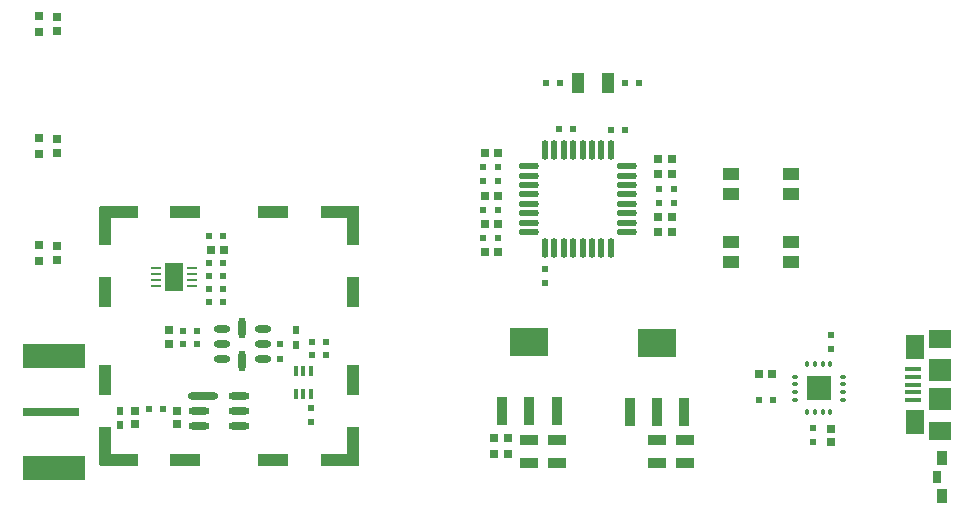
<source format=gtp>
%FSLAX25Y25*%
%MOIN*%
G70*
G01*
G75*
G04 Layer_Color=8421504*
%ADD10C,0.01000*%
%ADD11C,0.01118*%
%ADD12C,0.01118*%
%ADD13R,0.05315X0.01575*%
%ADD14R,0.02559X0.02953*%
%ADD15R,0.20669X0.07874*%
%ADD16R,0.18701X0.02992*%
%ADD17R,0.02756X0.02756*%
%ADD18R,0.02953X0.02559*%
%ADD19R,0.03150X0.03937*%
%ADD20R,0.03543X0.04724*%
%ADD21R,0.07480X0.07480*%
%ADD22R,0.07480X0.06299*%
%ADD23R,0.06299X0.08268*%
%ADD24R,0.05906X0.03347*%
%ADD25R,0.03937X0.07087*%
%ADD26R,0.05709X0.03937*%
%ADD27R,0.02362X0.03150*%
%ADD28R,0.03543X0.09449*%
%ADD29R,0.12992X0.09449*%
%ADD30R,0.02362X0.02362*%
%ADD31R,0.02362X0.02362*%
%ADD32R,0.02362X0.02953*%
%ADD33R,0.01378X0.03347*%
%ADD34O,0.02362X0.07087*%
%ADD35O,0.05512X0.02362*%
%ADD36O,0.07087X0.02362*%
%ADD37O,0.10236X0.02362*%
%ADD38O,0.03347X0.00984*%
%ADD39R,0.06496X0.09370*%
%ADD40R,0.08189X0.08189*%
%ADD41O,0.02559X0.01181*%
%ADD42O,0.01181X0.02559*%
%ADD43R,0.10236X0.03937*%
%ADD44R,0.03937X0.10236*%
%ADD45R,0.03937X0.12992*%
%ADD46R,0.12992X0.03937*%
%ADD47O,0.02165X0.06693*%
%ADD48O,0.06693X0.02165*%
%ADD49C,0.01329*%
%ADD50C,0.02500*%
%ADD51C,0.01500*%
%ADD52C,0.01079*%
%ADD53R,0.36000X0.29000*%
%ADD54R,0.38000X0.29000*%
%ADD55R,0.05906X0.05906*%
%ADD56C,0.05906*%
%ADD57C,0.06000*%
%ADD58C,0.06693*%
%ADD59C,0.02500*%
%ADD60C,0.04000*%
%ADD61C,0.07543*%
G04:AMPARAMS|DCode=62|XSize=95.433mil|YSize=95.433mil|CornerRadius=0mil|HoleSize=0mil|Usage=FLASHONLY|Rotation=0.000|XOffset=0mil|YOffset=0mil|HoleType=Round|Shape=Relief|Width=10mil|Gap=10mil|Entries=4|*
%AMTHD62*
7,0,0,0.09543,0.07543,0.01000,45*
%
%ADD62THD62*%
G04:AMPARAMS|DCode=63|XSize=99.37mil|YSize=99.37mil|CornerRadius=0mil|HoleSize=0mil|Usage=FLASHONLY|Rotation=0.000|XOffset=0mil|YOffset=0mil|HoleType=Round|Shape=Relief|Width=10mil|Gap=10mil|Entries=4|*
%AMTHD63*
7,0,0,0.09937,0.07937,0.01000,45*
%
%ADD63THD63*%
G04:AMPARAMS|DCode=64|XSize=111.181mil|YSize=111.181mil|CornerRadius=0mil|HoleSize=0mil|Usage=FLASHONLY|Rotation=0.000|XOffset=0mil|YOffset=0mil|HoleType=Round|Shape=Relief|Width=10mil|Gap=10mil|Entries=4|*
%AMTHD64*
7,0,0,0.11118,0.09118,0.01000,45*
%
%ADD64THD64*%
%ADD65C,0.07937*%
%ADD66C,0.09118*%
%ADD67C,0.05500*%
%ADD68C,0.00984*%
%ADD69C,0.02362*%
%ADD70C,0.00394*%
%ADD71C,0.00787*%
D13*
X297244Y65551D02*
D03*
Y68110D02*
D03*
Y62992D02*
D03*
Y70669D02*
D03*
Y73228D02*
D03*
D14*
X11811Y114272D02*
D03*
Y109744D02*
D03*
Y149902D02*
D03*
Y145374D02*
D03*
Y190532D02*
D03*
Y186004D02*
D03*
X269685Y53445D02*
D03*
Y48917D02*
D03*
X37795Y54823D02*
D03*
Y59350D02*
D03*
X51968Y54823D02*
D03*
Y59350D02*
D03*
X49000Y81636D02*
D03*
Y86164D02*
D03*
D15*
X10884Y77756D02*
D03*
Y40354D02*
D03*
D16*
X9900Y59055D02*
D03*
D17*
X5906Y191024D02*
D03*
Y185512D02*
D03*
Y150394D02*
D03*
Y144882D02*
D03*
Y114764D02*
D03*
Y109252D02*
D03*
D18*
X250295Y71653D02*
D03*
X245768D02*
D03*
X162106Y44882D02*
D03*
X157579D02*
D03*
Y50394D02*
D03*
X162106D02*
D03*
X158957Y112205D02*
D03*
X154429D02*
D03*
X158957Y121653D02*
D03*
X154429D02*
D03*
X158957Y131102D02*
D03*
X154429D02*
D03*
Y145276D02*
D03*
X158957D02*
D03*
X216831Y138189D02*
D03*
X212303D02*
D03*
Y143307D02*
D03*
X216831D02*
D03*
X212303Y124016D02*
D03*
X216831D02*
D03*
Y118898D02*
D03*
X212303D02*
D03*
X67564Y113100D02*
D03*
X63036D02*
D03*
D19*
X305118Y37402D02*
D03*
D20*
X306693Y43701D02*
D03*
Y31102D02*
D03*
D21*
X306299Y63386D02*
D03*
Y72835D02*
D03*
D22*
Y52756D02*
D03*
Y83465D02*
D03*
D23*
X297736Y55512D02*
D03*
Y80709D02*
D03*
D24*
X211811Y49508D02*
D03*
Y41831D02*
D03*
X221260Y49508D02*
D03*
Y41831D02*
D03*
X178347Y49508D02*
D03*
Y41831D02*
D03*
X169291Y49508D02*
D03*
Y41831D02*
D03*
D25*
X185630Y168504D02*
D03*
X195472D02*
D03*
D26*
X256594Y115551D02*
D03*
Y108858D02*
D03*
X236319Y115551D02*
D03*
Y108858D02*
D03*
Y131693D02*
D03*
Y138386D02*
D03*
X256594Y131693D02*
D03*
Y138386D02*
D03*
D27*
X32677Y54724D02*
D03*
Y59449D02*
D03*
D28*
X202756Y59055D02*
D03*
X211811D02*
D03*
X220866D02*
D03*
X160236Y59449D02*
D03*
X169291D02*
D03*
X178347D02*
D03*
D29*
X211811Y81890D02*
D03*
X169291Y82284D02*
D03*
D30*
X86221Y81496D02*
D03*
Y76772D02*
D03*
X96500Y55638D02*
D03*
Y60362D02*
D03*
X174400Y106662D02*
D03*
Y101938D02*
D03*
X269685Y79921D02*
D03*
Y84646D02*
D03*
X263779Y53543D02*
D03*
Y48819D02*
D03*
D31*
X67062Y117800D02*
D03*
X62338D02*
D03*
X62438Y95700D02*
D03*
X67162D02*
D03*
X62438Y100000D02*
D03*
X67162D02*
D03*
X62461Y104294D02*
D03*
X67185D02*
D03*
Y108624D02*
D03*
X62461D02*
D03*
X58412Y81796D02*
D03*
X53687D02*
D03*
X58412Y86127D02*
D03*
X53687D02*
D03*
X96657Y77909D02*
D03*
X101381D02*
D03*
X96657Y82239D02*
D03*
X101381D02*
D03*
X179527Y168504D02*
D03*
X174803D02*
D03*
X201181D02*
D03*
X205906D02*
D03*
X212598Y133465D02*
D03*
X217323D02*
D03*
X196438Y153100D02*
D03*
X201162D02*
D03*
X183862Y153300D02*
D03*
X179138D02*
D03*
X158661Y140551D02*
D03*
X153937D02*
D03*
X158661Y116929D02*
D03*
X153937D02*
D03*
X158661Y126378D02*
D03*
X153937D02*
D03*
X158661Y135827D02*
D03*
X153937D02*
D03*
X250394Y62992D02*
D03*
X245669D02*
D03*
X212598Y128740D02*
D03*
X217323D02*
D03*
X42520Y59842D02*
D03*
X47244D02*
D03*
D32*
X91339Y81398D02*
D03*
Y86319D02*
D03*
D33*
X96459Y72540D02*
D03*
X93900D02*
D03*
X91341D02*
D03*
Y65060D02*
D03*
X93900D02*
D03*
X96459D02*
D03*
D34*
X73622Y75984D02*
D03*
Y87008D02*
D03*
D35*
X66929Y76496D02*
D03*
Y81496D02*
D03*
Y86496D02*
D03*
X80315D02*
D03*
Y81496D02*
D03*
Y76496D02*
D03*
D36*
X72441Y64449D02*
D03*
Y59449D02*
D03*
Y54449D02*
D03*
X59055D02*
D03*
Y59449D02*
D03*
D37*
X60630Y64449D02*
D03*
D38*
X44882Y106890D02*
D03*
Y104921D02*
D03*
Y102953D02*
D03*
Y100984D02*
D03*
X56693D02*
D03*
Y102953D02*
D03*
Y104921D02*
D03*
Y106890D02*
D03*
D39*
X50787Y103937D02*
D03*
D40*
X265748Y66929D02*
D03*
D41*
X273721Y70768D02*
D03*
Y68209D02*
D03*
Y65650D02*
D03*
Y63090D02*
D03*
X257776D02*
D03*
Y65650D02*
D03*
Y68209D02*
D03*
Y70768D02*
D03*
D42*
X269587Y58957D02*
D03*
X267028D02*
D03*
X264469D02*
D03*
X261910D02*
D03*
Y74902D02*
D03*
X264469D02*
D03*
X267028D02*
D03*
X269587D02*
D03*
D43*
X83964Y42961D02*
D03*
X54436D02*
D03*
Y125639D02*
D03*
X83964D02*
D03*
D44*
X110539Y69536D02*
D03*
X27861D02*
D03*
Y99064D02*
D03*
X110539D02*
D03*
D45*
Y47489D02*
D03*
X27861D02*
D03*
Y121111D02*
D03*
X110539D02*
D03*
D46*
X106011Y42961D02*
D03*
X32389D02*
D03*
Y125639D02*
D03*
X106011D02*
D03*
D47*
X196457Y146260D02*
D03*
X193307D02*
D03*
X190157D02*
D03*
X187008D02*
D03*
X183858D02*
D03*
X180709D02*
D03*
X177559D02*
D03*
X174409D02*
D03*
Y113583D02*
D03*
X177559D02*
D03*
X180709D02*
D03*
X183858D02*
D03*
X187008D02*
D03*
X190157D02*
D03*
X193307D02*
D03*
X196457D02*
D03*
D48*
X169095Y140945D02*
D03*
Y137795D02*
D03*
Y134646D02*
D03*
Y131496D02*
D03*
Y128347D02*
D03*
Y125197D02*
D03*
Y122047D02*
D03*
Y118898D02*
D03*
X201772D02*
D03*
Y122047D02*
D03*
Y125197D02*
D03*
Y128347D02*
D03*
Y131496D02*
D03*
Y134646D02*
D03*
Y137795D02*
D03*
Y140945D02*
D03*
M02*

</source>
